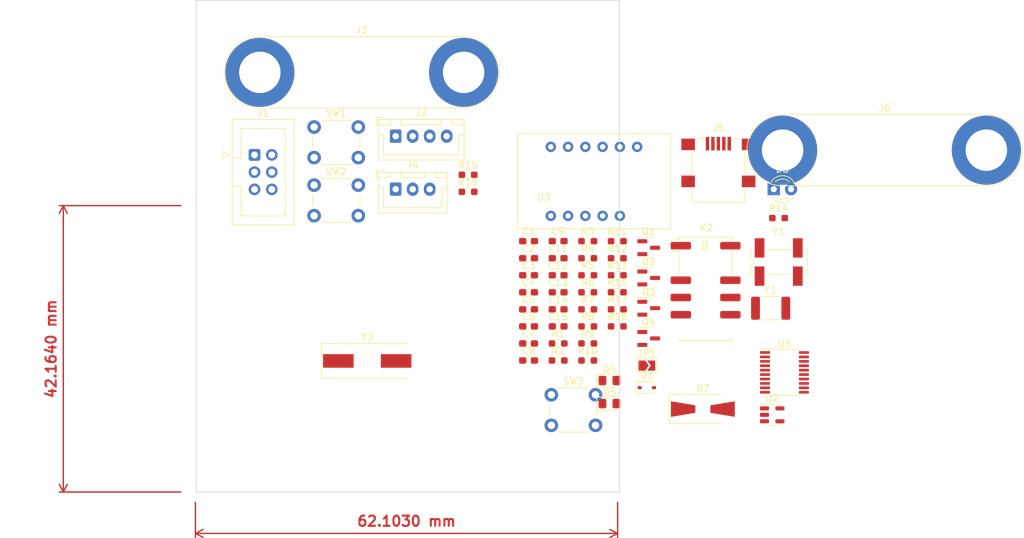
<source format=kicad_pcb>
(kicad_pcb (version 20221018) (generator pcbnew)
  (layers (0 "F.Cu" signal) (31 "B.Cu" signal) (34 "B.Paste" user) (35 "F.Paste" user) (36 "B.SilkS" user "B.Silkscreen") (37 "F.SilkS" user "F.Silkscreen") (38 "B.Mask" user) (39 "F.Mask" user) (44 "Edge.Cuts" user))
  (net 0 "")
  (net 1 "+3.3V")
  (net 2 "GND")
  (net 3 "NRST")
  (net 4 "PC14")
  (net 5 "VCC")
  (net 6 "OSCIN")
  (net 7 "OSCOUT")
  (net 8 "PC15")
  (net 9 "Opto")
  (net 10 "Net-(D3-A)")
  (net 11 "Net-(D4-A)")
  (net 12 "Net-(D5-K)")
  (net 13 "Net-(D5-A)")
  (net 14 "Net-(J5-VBUS)")
  (net 15 "DM")
  (net 16 "DP")
  (net 19 "NC")
  (net 24 "COM")
  (net 25 "Net-(Q1-B)")
  (net 26 "Net-(Q1-E)")
  (net 27 "1")
  (net 28 "Net-(Q2-B)")
  (net 29 "Net-(Q3-B)")
  (net 30 "Net-(Q3-E)")
  (net 31 "2")
  (net 32 "Net-(Q4-B)")
  (net 33 "Net-(Q4-E)")
  (net 34 "3")
  (net 35 "Net-(U2-EN)")
  (net 36 "RELAYPIN")
  (net 37 "BOOT1")
  (net 38 "Net-(J1-Pin_4)")
  (net 39 "Net-(J1-Pin_3)")
  (net 40 "BOOT0")
  (net 41 "PC13")
  (net 43 "A")
  (net 44 "B")
  (net 45 "C")
  (net 46 "D")
  (net 47 "E")
  (net 48 "F")
  (net 49 "G")
  (net 52 "SWDIO")
  (net 67 "SWDCLK")
  (net 68 "Temp")
  (net 69 "btn1")
  (net 70 "btn2")
  (net 71 "EN1")
  (net 72 "EN2")
  (net 73 "EN3")
  (footprint "Capacitor_SMD:C_0603_1608Metric_Pad1.08x0.95mm_HandSolder" (layer "F.Cu") (at 99.1665 71.18)
    (fp_text reference "C4" (at 0 -1.43) (layer "F.SilkS"))
    (fp_text value "10uF")
    (pad "1" smd roundrect (at -0.8625 0) (size 1.075 0.95) (layers "F.Cu" "F.Paste" "F.Mask") (net 1 "+3.3V"))
    (pad "2" smd roundrect (at 0.8625 0) (size 1.075 0.95) (layers "F.Cu" "F.Paste" "F.Mask") (net 2 "GND"))
  )
  (footprint "Resistor_SMD:R_0603_1608Metric_Pad0.98x0.95mm_HandSolder" (layer "F.Cu") (at 112.2165 63.65)
    (fp_text reference "R11" (at 0 -1.43) (layer "F.SilkS"))
    (fp_text value "1K")
    (pad "1" smd roundrect (at -0.9125 0) (size 0.975 0.95) (layers "F.Cu" "F.Paste" "F.Mask") (net 25 "Net-(Q1-B)"))
    (pad "2" smd roundrect (at 0.9125 0) (size 0.975 0.95) (layers "F.Cu" "F.Paste" "F.Mask") (net 71 "EN1"))
  )
  (footprint "Button_Switch_THT:SW_PUSH_6mm_H13mm" (layer "F.Cu") (at 67.6235 46.848)
    (fp_text reference "SW1" (at 3.25 -2) (layer "F.SilkS"))
    (fp_text value "SW_SPST")
    (pad "1" thru_hole circle (at 0 0 90) (size 2 2) (drill 1.1) (layers "*.Cu" "*.Mask") (net 5 "VCC"))
    (pad "1" thru_hole circle (at 6.5 0 90) (size 2 2) (drill 1.1) (layers "*.Cu" "*.Mask") (net 5 "VCC"))
    (pad "2" thru_hole circle (at 0 4.5 90) (size 2 2) (drill 1.1) (layers "*.Cu" "*.Mask") (net 69 "btn1"))
    (pad "2" thru_hole circle (at 6.5 4.5 90) (size 2 2) (drill 1.1) (layers "*.Cu" "*.Mask") (net 69 "btn1"))
  )
  (footprint "Capacitor_SMD:C_0603_1608Metric_Pad1.08x0.95mm_HandSolder" (layer "F.Cu") (at 103.5165 63.65)
    (fp_text reference "C9" (at 0 -1.43) (layer "F.SilkS"))
    (fp_text value "10uF")
    (pad "1" smd roundrect (at -0.8625 0) (size 1.075 0.95) (layers "F.Cu" "F.Paste" "F.Mask") (net 1 "+3.3V"))
    (pad "2" smd roundrect (at 0.8625 0) (size 1.075 0.95) (layers "F.Cu" "F.Paste" "F.Mask") (net 2 "GND"))
  )
  (footprint "Resistor_SMD:R_0603_1608Metric_Pad0.98x0.95mm_HandSolder" (layer "F.Cu") (at 135.9365 60.25)
    (fp_text reference "R14" (at 0 -1.43) (layer "F.SilkS"))
    (fp_text value "10K")
    (pad "1" smd roundrect (at -0.9125 0) (size 0.975 0.95) (layers "F.Cu" "F.Paste" "F.Mask") (net 16 "DP"))
    (pad "2" smd roundrect (at 0.9125 0) (size 0.975 0.95) (layers "F.Cu" "F.Paste" "F.Mask") (net 5 "VCC"))
  )
  (footprint "Jumper:SolderJumper-2_P1.3mm_Open_TrianglePad1.0x1.5mm" (layer "F.Cu") (at 116.5665 81.97)
    (fp_text reference "JP1" (at 0 -1.8) (layer "F.SilkS"))
    (fp_text value "SolderJumper_2_Open")
    (pad "1" smd custom (at -0.725 0) (size 0.3 0.3) (layers "F.Cu" "F.Mask") (net 9 "Opto") (options (clearance outline) (anchor rect)) (primitives (gr_poly (pts (xy 1 0) (xy 0.5 0.75) (xy -0.5 0.75) (xy -0.5 -0.75) (xy 0.5 -0.75)) (width 0) (fill yes))))
    (pad "2" smd custom (at 0.725 0) (size 0.3 0.3) (layers "F.Cu" "F.Mask") (net 12 "Net-(D5-K)") (options (clearance outline) (anchor rect)) (primitives (gr_poly (pts (xy 0.5 0.75) (xy -0.65 0.75) (xy -0.15 0) (xy -0.65 -0.75) (xy 0.5 -0.75)) (width 0) (fill yes))))
  )
  (footprint "Resistor_SMD:R_0603_1608Metric_Pad0.98x0.95mm_HandSolder" (layer "F.Cu") (at 107.8665 68.67)
    (fp_text reference "R5" (at 0 -1.43) (layer "F.SilkS"))
    (fp_text value "10K")
    (pad "1" smd roundrect (at -0.9125 0) (size 0.975 0.95) (layers "F.Cu" "F.Paste" "F.Mask") (net 5 "VCC"))
    (pad "2" smd roundrect (at 0.9125 0) (size 0.975 0.95) (layers "F.Cu" "F.Paste" "F.Mask") (net 13 "Net-(D5-A)"))
  )
  (footprint "Resistor_SMD:R_0603_1608Metric_Pad0.98x0.95mm_HandSolder" (layer "F.Cu") (at 107.8665 78.71)
    (fp_text reference "R9" (at 0 -1.43) (layer "F.SilkS"))
    (fp_text value "10K")
    (pad "1" smd roundrect (at -0.9125 0) (size 0.975 0.95) (layers "F.Cu" "F.Paste" "F.Mask") (net 5 "VCC"))
    (pad "2" smd roundrect (at 0.9125 0) (size 0.975 0.95) (layers "F.Cu" "F.Paste" "F.Mask") (net 10 "Net-(D3-A)"))
  )
  (footprint "Resistor_SMD:R_0603_1608Metric_Pad0.98x0.95mm_HandSolder" (layer "F.Cu") (at 103.5165 78.71)
    (fp_text reference "R1" (at 0 -1.43) (layer "F.SilkS"))
    (fp_text value "100K")
    (pad "1" smd roundrect (at -0.9125 0) (size 0.975 0.95) (layers "F.Cu" "F.Paste" "F.Mask") (net 5 "VCC"))
    (pad "2" smd roundrect (at 0.9125 0) (size 0.975 0.95) (layers "F.Cu" "F.Paste" "F.Mask") (net 35 "Net-(U2-EN)"))
  )
  (footprint "Capacitor_SMD:C_0603_1608Metric_Pad1.08x0.95mm_HandSolder" (layer "F.Cu") (at 99.1665 81.22)
    (fp_text reference "C8" (at 0 -1.43) (layer "F.SilkS"))
    (fp_text value "100nF")
    (pad "1" smd roundrect (at -0.8625 0) (size 1.075 0.95) (layers "F.Cu" "F.Paste" "F.Mask") (net 1 "+3.3V"))
    (pad "2" smd roundrect (at 0.8625 0) (size 1.075 0.95) (layers "F.Cu" "F.Paste" "F.Mask") (net 2 "GND"))
  )
  (footprint "Resistor_SMD:R_0603_1608Metric_Pad0.98x0.95mm_HandSolder" (layer "F.Cu") (at 107.8665 66.16)
    (fp_text reference "R4" (at 0 -1.43) (layer "F.SilkS"))
    (fp_text value "10K")
    (pad "1" smd roundrect (at -0.9125 0) (size 0.975 0.95) (layers "F.Cu" "F.Paste" "F.Mask") (net 3 "NRST"))
    (pad "2" smd roundrect (at 0.9125 0) (size 0.975 0.95) (layers "F.Cu" "F.Paste" "F.Mask") (net 5 "VCC"))
  )
  (footprint "Connector_IDC:IDC-Header_2x03_P2.54mm_Vertical" (layer "F.Cu") (at 58.8585 50.948)
    (fp_text reference "J1" (at 1.27 -6.1) (layer "F.SilkS"))
    (fp_text value "Conn_02x03_Odd_Even")
    (pad "1" thru_hole roundrect (at 0 0) (size 1.7 1.7) (drill 1) (layers "*.Cu" "*.Mask") (roundrect_rratio 0.147059) (net 5 "VCC"))
    (pad "2" thru_hole circle (at 2.54 0) (size 1.7 1.7) (drill 1) (layers "*.Cu" "*.Mask") (net 5 "VCC"))
    (pad "3" thru_hole circle (at 0 2.54) (size 1.7 1.7) (drill 1) (layers "*.Cu" "*.Mask") (net 39 "Net-(J1-Pin_3)"))
    (pad "4" thru_hole circle (at 2.54 2.54) (size 1.7 1.7) (drill 1) (layers "*.Cu" "*.Mask") (net 38 "Net-(J1-Pin_4)"))
    (pad "5" thru_hole circle (at 0 5.08) (size 1.7 1.7) (drill 1) (layers "*.Cu" "*.Mask") (net 2 "GND"))
    (pad "6" thru_hole circle (at 2.54 5.08) (size 1.7 1.7) (drill 1) (layers "*.Cu" "*.Mask") (net 2 "GND"))
  )
  (footprint "Package_TO_SOT_SMD:SOT-23-5" (layer "F.Cu") (at 135.0065 89.22)
    (fp_text reference "U2" (at 0 -2.4) (layer "F.SilkS"))
    (fp_text value "AP2112K-3.3")
    (pad "1" smd roundrect (at -1.1375 -0.95) (size 1.325 0.6) (layers "F.Cu" "F.Paste" "F.Mask") (net 5 "VCC"))
    (pad "2" smd roundrect (at -1.1375 0) (size 1.325 0.6) (layers "F.Cu" "F.Paste" "F.Mask") (net 2 "GND"))
    (pad "3" smd roundrect (at -1.1375 0.95) (size 1.325 0.6) (layers "F.Cu" "F.Paste" "F.Mask") (net 35 "Net-(U2-EN)"))
    (pad "4" smd roundrect (at 1.1375 0.95) (size 1.325 0.6) (layers "F.Cu" "F.Paste" "F.Mask"))
    (pad "5" smd roundrect (at 1.1375 -0.95) (size 1.325 0.6) (layers "F.Cu" "F.Paste" "F.Mask") (net 1 "+3.3V"))
  )
  (footprint "Resistor_SMD:R_0603_1608Metric_Pad0.98x0.95mm_HandSolder" (layer "F.Cu") (at 107.8665 73.69)
    (fp_text reference "R7" (at 0 -1.43) (layer "F.SilkS"))
    (fp_text value "10K")
    (pad "1" smd roundrect (at -0.9125 0) (size 0.975 0.95) (layers "F.Cu" "F.Paste" "F.Mask") (net 37 "BOOT1"))
    (pad "2" smd roundrect (at 0.9125 0) (size 0.975 0.95) (layers "F.Cu" "F.Paste" "F.Mask") (net 38 "Net-(J1-Pin_4)"))
  )
  (footprint "Button_Switch_THT:SW_PUSH_6mm_H5mm" (layer "F.Cu") (at 102.5165 86.265)
    (fp_text reference "SW3" (at 3.25 -2) (layer "F.SilkS"))
    (fp_text value "SW_SPST")
    (pad "1" thru_hole circle (at 0 0 90) (size 2 2) (drill 1.1) (layers "*.Cu" "*.Mask") (net 2 "GND"))
    (pad "1" thru_hole circle (at 6.5 0 90) (size 2 2) (drill 1.1) (layers "*.Cu" "*.Mask") (net 2 "GND"))
    (pad "2" thru_hole circle (at 0 4.5 90) (size 2 2) (drill 1.1) (layers "*.Cu" "*.Mask") (net 3 "NRST"))
    (pad "2" thru_hole circle (at 6.5 4.5 90) (size 2 2) (drill 1.1) (layers "*.Cu" "*.Mask") (net 3 "NRST"))
  )
  (footprint "Capacitor_SMD:C_0603_1608Metric_Pad1.08x0.95mm_HandSolder" (layer "F.Cu") (at 103.5165 76.2)
    (fp_text reference "C15" (at 0 -1.43) (layer "F.SilkS"))
    (fp_text value "100nF")
    (pad "1" smd roundrect (at -0.8625 0) (size 1.075 0.95) (layers "F.Cu" "F.Paste" "F.Mask") (net 5 "VCC"))
    (pad "2" smd roundrect (at 0.8625 0) (size 1.075 0.95) (layers "F.Cu" "F.Paste" "F.Mask") (net 2 "GND"))
  )
  (footprint "Button_Switch_THT:SW_PUSH_6mm_H13mm" (layer "F.Cu") (at 67.6235 55.398)
    (fp_text reference "SW2" (at 3.25 -2) (layer "F.SilkS"))
    (fp_text value "SW_SPST")
    (pad "1" thru_hole circle (at 0 0 90) (size 2 2) (drill 1.1) (layers "*.Cu" "*.Mask") (net 5 "VCC"))
    (pad "1" thru_hole circle (at 6.5 0 90) (size 2 2) (drill 1.1) (layers "*.Cu" "*.Mask") (net 5 "VCC"))
    (pad "2" thru_hole circle (at 0 4.5 90) (size 2 2) (drill 1.1) (layers "*.Cu" "*.Mask") (net 70 "btn2"))
    (pad "2" thru_hole circle (at 6.5 4.5 90) (size 2 2) (drill 1.1) (layers "*.Cu" "*.Mask") (net 70 "btn2"))
  )
  (footprint "Capacitor_SMD:C_0603_1608Metric_Pad1.08x0.95mm_HandSolder" (layer "F.Cu") (at 99.1665 63.65)
    (fp_text reference "C1" (at 0 -1.43) (layer "F.SilkS"))
    (fp_text value "1uF")
    (pad "1" smd roundrect (at -0.8625 0) (size 1.075 0.95) (layers "F.Cu" "F.Paste" "F.Mask") (net 1 "+3.3V"))
    (pad "2" smd roundrect (at 0.8625 0) (size 1.075 0.95) (layers "F.Cu" "F.Paste" "F.Mask") (net 2 "GND"))
  )
  (footprint "Package_TO_SOT_SMD:SOT-23" (layer "F.Cu") (at 116.8365 64.62)
    (fp_text reference "Q1" (at 0 -2.4) (layer "F.SilkS"))
    (fp_text value "S9013")
    (pad "1" smd roundrect (at -0.9375 -0.95) (size 1.475 0.6) (layers "F.Cu" "F.Paste" "F.Mask") (net 25 "Net-(Q1-B)"))
    (pad "2" smd roundrect (at -0.9375 0.95) (size 1.475 0.6) (layers "F.Cu" "F.Paste" "F.Mask") (net 26 "Net-(Q1-E)"))
    (pad "3" smd roundrect (at 0.9375 0) (size 1.475 0.6) (layers "F.Cu" "F.Paste" "F.Mask") (net 27 "1"))
  )
  (footprint "Capacitor_SMD:C_0603_1608Metric_Pad1.08x0.95mm_HandSolder" (layer "F.Cu") (at 103.5165 73.69)
    (fp_text reference "C14" (at 0 -1.43) (layer "F.SilkS"))
    (fp_text value "100pF")
    (pad "1" smd roundrect (at -0.8625 0) (size 1.075 0.95) (layers "F.Cu" "F.Paste" "F.Mask") (net 8 "PC15"))
    (pad "2" smd roundrect (at 0.8625 0) (size 1.075 0.95) (layers "F.Cu" "F.Paste" "F.Mask") (net 2 "GND"))
  )
  (footprint "Package_TO_SOT_SMD:SOT-23" (layer "F.Cu") (at 116.8365 77.97)
    (fp_text reference "Q4" (at 0 -2.4) (layer "F.SilkS"))
    (fp_text value "S9013")
    (pad "1" smd roundrect (at -0.9375 -0.95) (size 1.475 0.6) (layers "F.Cu" "F.Paste" "F.Mask") (net 32 "Net-(Q4-B)"))
    (pad "2" smd roundrect (at -0.9375 0.95) (size 1.475 0.6) (layers "F.Cu" "F.Paste" "F.Mask") (net 33 "Net-(Q4-E)"))
    (pad "3" smd roundrect (at 0.9375 0) (size 1.475 0.6) (layers "F.Cu" "F.Paste" "F.Mask") (net 34 "3"))
  )
  (footprint "LED_SMD:LED_0805_2012Metric_Pad1.15x1.40mm_HandSolder" (layer "F.Cu") (at 111.0615 84.17)
    (fp_text reference "D4" (at 0 -1.65) (layer "F.SilkS"))
    (fp_text value "LED")
    (pad "1" smd roundrect (at -1.025 0) (size 1.15 1.4) (layers "F.Cu" "F.Paste" "F.Mask") (roundrect_rratio 0.217391) (net 2 "GND"))
    (pad "2" smd roundrect (at 1.025 0) (size 1.15 1.4) (layers "F.Cu" "F.Paste" "F.Mask") (roundrect_rratio 0.217391) (net 11 "Net-(D4-A)"))
  )
  (footprint "Connector:Banana_Jack_2Pin" (layer "F.Cu") (at 59.6435 38.798)
    (fp_text reference "J3" (at 14.985 -6.24) (layer "F.SilkS"))
    (fp_text value "VIN")
    (pad "1" thru_hole circle (at 0 0) (size 10.16 10.16) (drill 6.1) (layers "*.Cu" "*.Mask") (net 5 "VCC"))
    (pad "2" thru_hole circle (at 29.97 0) (size 10.16 10.16) (drill 6.1) (layers "*.Cu" "*.Mask") (net 2 "GND"))
  )
  (footprint "3631BS:3631BS 7Segment 3Digit" (layer "F.Cu") (at 102.4415 59.925)
    (fp_text reference "U3" (at -1.05 -2.73 unlocked) (layer "F.SilkS"))
    (fp_text value "~")
    (pad "1" thru_hole circle (at 0 -10.16) (size 1.524 1.524) (drill 0.8) (layers "*.Cu" "*.Mask") (net 27 "1"))
    (pad "2" thru_hole circle (at 7.62 -10.16) (size 1.524 1.524) (drill 0.8) (layers "*.Cu" "*.Mask") (net 31 "2"))
    (pad "3" thru_hole circle (at 10.16 -10.16) (size 1.524 1.524) (drill 0.8) (layers "*.Cu" "*.Mask") (net 34 "3"))
    (pad "A" thru_hole circle (at 2.54 -10.16) (size 1.524 1.524) (drill 0.8) (layers "*.Cu" "*.Mask") (net 43 "A"))
    (pad "B" thru_hole circle (at 12.7 -10.16) (size 1.524 1.524) (drill 0.8) (layers "*.Cu" "*.Mask") (net 44 "B"))
    (pad "C" thru_hole circle (at 7.62 0) (size 1.524 1.524) (drill 0.8) (layers "*.Cu" "*.Mask") (net 45 "C"))
    (pad "D" thru_hole circle (at 2.54 0) (size 1.524 1.524) (drill 0.8) (layers "*.Cu" "*.Mask") (net 46 "D"))
    (pad "E" thru_hole circle (at 0 0) (size 1.524 1.524) (drill 0.8) (layers "*.Cu" "*.Mask") (net 47 "E"))
    (pad "F" thru_hole circle (at 5.08 -10.16) (size 1.524 1.524) (drill 0.8) (layers "*.Cu" "*.Mask") (net 48 "F"))
    (pad "G" thru_hole circle (at 10.16 0) (size 1.524 1.524) (drill 0.8) (layers "*.Cu" "*.Mask") (net 49 "G"))
    (pad "dP" thru_hole circle (at 5.08 0) (size 1.524 1.524) (drill 0.8) (layers "*.Cu" "*.Mask"))
  )
  (footprint "Resistor_SMD:R_0603_1608Metric_Pad0.98x0.95mm_HandSolder" (layer "F.Cu") (at 107.8665 81.22)
    (fp_text reference "R10" (at 0 -1.43) (layer "F.SilkS"))
    (fp_text value "10K")
    (pad "1" smd roundrect (at -0.9125 0) (size 0.975 0.95) (layers "F.Cu" "F.Paste" "F.Mask") (net 41 "PC13"))
    (pad "2" smd roundrect (at 0.9125 0) (size 0.975 0.95) (layers "F.Cu" "F.Paste" "F.Mask") (net 11 "Net-(D4-A)"))
  )
  (footprint "Resistor_SMD:R_0603_1608Metric_Pad0.98x0.95mm_HandSolder" (layer "F.Cu") (at 112.2165 73.69)
    (fp_text reference "R17" (at 0 -1.43) (layer "F.SilkS"))
    (fp_text value "1K")
    (pad "1" smd roundrect (at -0.9125 0) (size 0.975 0.95) (layers "F.Cu" "F.Paste" "F.Mask") (net 32 "Net-(Q4-B)"))
    (pad "2" smd roundrect (at 0.9125 0) (size 0.975 0.95) (layers "F.Cu" "F.Paste" "F.Mask") (net 73 "EN3"))
  )
  (footprint "Connector_USB:USB_Mini-B_Lumberg_2486_01_Horizontal" (layer "F.Cu") (at 127.0865 52)
    (fp_text reference "J5" (at 0 -5) (layer "F.SilkS"))
    (fp_text value "USB_B_Micro")
    (pad "" np_thru_hole circle (at -2.2 0) (size 1 1) (drill 1) (layers "*.Cu" "*.Mask"))
    (pad "" np_thru_hole circle (at 2.2 0) (size 1 1) (drill 1) (layers "*.Cu" "*.Mask"))
    (pad "1" smd rect (at -1.6 -2.7) (size 0.5 2) (layers "F.Cu" "F.Paste" "F.Mask") (net 14 "Net-(J5-VBUS)"))
    (pad "2" smd rect (at -0.8 -2.7) (size 0.5 2) (layers "F.Cu" "F.Paste" "F.Mask") (net 15 "DM"))
    (pad "3" smd rect (at 0 -2.7) (size 0.5 2) (layers "F.Cu" "F.Paste" "F.Mask") (net 16 "DP"))
    (pad "4" smd rect (at 0.8 -2.7) (size 0.5 2) (layers "F.Cu" "F.Paste" "F.Mask"))
    (pad "5" smd rect (at 1.6 -2.7) (size 0.5 2) (layers "F.Cu" "F.Paste" "F.Mask") (net 2 "GND"))
    (pad "6" smd rect (at -4.45 -2.6) (size 2 1.7) (layers "F.Cu" "F.Paste" "F.Mask"))
    (pad "6" smd rect (at -4.45 2.85) (size 2 1.7) (layers "F.Cu" "F.Paste" "F.Mask"))
    (pad "6" smd rect (at 4.45 -2.6) (size 2 1.7) (layers "F.Cu" "F.Paste" "F.Mask"))
    (pad "6" smd rect (at 4.45 2.85) (size 2 1.7) (layers "F.Cu" "F.Paste" "F.Mask"))
  )
  (footprint "Capacitor_SMD:C_0603_1608Metric_Pad1.08x0.95mm_HandSolder" (layer "F.Cu") (at 103.5165 66.16)
    (fp_text reference "C11" (at 0 -1.43) (layer "F.SilkS"))
    (fp_text value "10uF")
    (pad "1" smd roundrect (at -0.8625 0) (size 1.075 0.95) (layers "F.Cu" "F.Paste" "F.Mask") (net 5 "VCC"))
    (pad "2" smd roundrect (at 0.8625 0) (size 1.075 0.95) (layers "F.Cu" "F.Paste" "F.Mask") (net 2 "GND"))
  )
  (footprint "Capacitor_SMD:C_0603_1608Metric_Pad1.08x0.95mm_HandSolder" (layer "F.Cu") (at 99.1665 66.16)
    (fp_text reference "C2" (at 0 -1.43) (layer "F.SilkS"))
    (fp_text value "1uF")
    (pad "1" smd roundrect (at -0.8625 0) (size 1.075 0.95) (layers "F.Cu" "F.Paste" "F.Mask") (net 3 "NRST"))
    (pad "2" smd roundrect (at 0.8625 0) (size 1.075 0.95) (layers "F.Cu" "F.Paste" "F.Mask") (net 2 "GND"))
  )
  (footprint "Diode_SMD:D_SMA-SMB_Universal_Handsoldering" (layer "F.Cu") (at 124.8015 88.37)
    (fp_text reference "D7" (at 0 -3) (layer "F.SilkS"))
    (fp_text value "D_Small")
    (pad "1" smd trapezoid (at -2.9 0) (size 3.6 1.7) (rect_delta 0.6 0) (layers "F.Cu" "F.Paste" "F.Mask") (net 5 "VCC"))
    (pad "2" smd trapezoid (at 2.9 0 180) (size 3.6 1.7) (rect_delta 0.6 0) (layers "F.Cu" "F.Paste" "F.Mask") (net 2 "GND"))
  )
  (footprint "Fuse:Fuse_1812_4532Metric_Pad1.30x3.40mm_HandSolder" (layer "F.Cu") (at 134.7765 73.52)
    (fp_text reference "F1" (at 0 -2.65) (layer "F.SilkS"))
    (fp_text value "6V 500mA")
    (pad "1" smd roundrect (at -2.225 0) (size 1.3 3.4) (layers "F.Cu" "F.Paste" "F.Mask") (roundrect_rratio 0.192308) (net 14 "Net-(J5-VBUS)"))
    (pad "2" smd roundrect (at 2.225 0) (size 1.3 3.4) (layers "F.Cu" "F.Paste" "F.Mask") (roundrect_rratio 0.192308) (net 5 "VCC"))
  )
  (footprint "Resistor_SMD:R_0603_1608Metric_Pad0.98x0.95mm_HandSolder" (layer "F.Cu") (at 107.8665 76.2)
    (fp_text reference "R8" (at 0 -1.43) (layer "F.SilkS"))
    (fp_text value "10K")
    (pad "1" smd roundrect (at -0.9125 0) (size 0.975 0.95) (layers "F.Cu" "F.Paste" "F.Mask") (net 39 "Net-(J1-Pin_3)"))
    (pad "2" smd roundrect (at 0.9125 0) (size 0.975 0.95) (layers "F.Cu" "F.Paste" "F.Mask") (net 40 "BOOT0"))
  )
  (footprint "Capacitor_SMD:C_0603_1608Metric_Pad1.08x0.95mm_HandSolder" (layer "F.Cu") (at 103.5165 71.18)
    (fp_text reference "C13" (at 0 -1.43) (layer "F.SilkS"))
    (fp_text value "20pF")
    (pad "1" smd roundrect (at -0.8625 0) (size 1.075 0.95) (layers "F.Cu" "F.Paste" "F.Mask") (net 7 "OSCOUT"))
    (pad "2" smd roundrect (at 0.8625 0) (size 1.075 0.95) (layers "F.Cu" "F.Paste" "F.Mask") (net 2 "GND"))
  )
  (footprint "Resistor_SMD:R_0603_1608Metric_Pad0.98x0.95mm_HandSolder" (layer "F.Cu") (at 90.2735 56.388)
    (fp_text reference "R19" (at 0 -1.43) (layer "F.SilkS"))
    (fp_text value "10K")
    (pad "1" smd roundrect (at -0.9125 0) (size 0.975 0.95) (layers "F.Cu" "F.Paste" "F.Mask") (net 2 "GND"))
    (pad "2" smd roundrect (at 0.9125 0) (size 0.975 0.95) (layers "F.Cu" "F.Paste" "F.Mask") (net 70 "btn2"))
  )
  (footprint "Relay_SMD:Relay_DPDT_Kemet_EE2_NU" (layer "F.Cu") (at 125.2065 70.67)
    (fp_text reference "K2" (at 0.11 -9 180) (layer "F.SilkS"))
    (fp_text value "EE2-4.5NU")
    (pad "1" smd roundrect (at -3.645 -6.35 270) (size 1.11 3) (layers "F.Cu" "F.Paste" "F.Mask") (roundrect_rratio 0.225) (net 5 "VCC"))
    (pad "3" smd roundrect (at -3.645 -1.27 270) (size 1.11 3) (layers "F.Cu" "F.Paste" "F.Mask") (roundrect_rratio 0.225))
    (pad "4" smd roundrect (at -3.645 1.27 270) (size 1.11 3) (layers "F.Cu" "F.Paste" "F.Mask") (roundrect_rratio 0.225))
    (pad "5" smd roundrect (at -3.645 3.81 270) (size 1.11 3) (layers "F.Cu" "F.Paste" "F.Mask") (roundrect_rratio 0.225))
    (pad "8" smd roundrect (at 3.645 3.81 270) (size 1.11 3) (layers "F.Cu" "F.Paste" "F.Mask") (roundrect_rratio 0.225))
    (pad "9" smd roundrect (at 3.645 1.27 270) (size 1.11 3) (layers "F.Cu" "F.Paste" "F.Mask") (roundrect_rratio 0.225) (net 24 "COM"))
    (pad "10" smd roundrect (at 3.645 -1.27 270) (size 1.11 3) (layers "F.Cu" "F.Paste" "F.Mask") (roundrect_rratio 0.225) (net 19 "NC"))
    (pad "12" smd roundrect (at 3.645 -6.35 270) (size 1.11 3) (layers "F.Cu" "F.Paste" "F.Mask") (roundrect_rratio 0.225) (net 9 "Opto"))
  )
  (footprint "Diode_SMD:D_SOD-323" (layer "F.Cu") (at 116.5615 85.22)
    (fp_text reference "D1" (at 0 -1.85) (layer "F.SilkS"))
    (fp_text value "1N4148WS")
    (pad "1" smd roundrect (at -1.05 0) (size 0.6 0.45) (layers "F.Cu" "F.Paste" "F.Mask") (net 5 "VCC"))
    (pad "2" smd roundrect (at 1.05 0) (size 0.6 0.45) (layers "F.Cu" "F.Paste" "F.Mask") (net 9 "Opto"))
  )
  (footprint "Crystal:Crystal_SMD_SeikoEpson_MC306-4Pin_8.0x3.2mm_HandSoldering" (layer "F.Cu") (at 135.9565 66.72)
    (fp_text reference "Y1" (at 0 -4.5) (layer "F.SilkS"))
    (fp_text value "32.768KHz")
    (pad "1" smd rect (at -2.815 2.075) (size 1.43 2.85) (layers "F.Cu" "F.Paste" "F.Mask") (net 8 "PC15"))
    (pad "2" smd rect (at 2.815 2.075) (size 1.43 2.85) (layers "F.Cu" "F.Paste" "F.Mask") (net 4 "PC14"))
    (pad "3" smd rect (at 2.815 -2.075) (size 1.43 2.85) (layers "F.Cu" "F.Paste" "F.Mask"))
    (pad "4" smd rect (at -2.815 -2.075) (size 1.43 2.85) (layers "F.Cu" "F.Paste" "F.Mask"))
  )
  (footprint "Resistor_SMD:R_0603_1608Metric_Pad0.98x0.95mm_HandSolder" (layer "F.Cu") (at 112.2165 76.2)
    (fp_text reference "R18" (at 0 -1.43) (layer "F.SilkS"))
    (fp_text value "100")
    (pad "1" smd roundrect (at -0.9125 0) (size 0.975 0.95) (layers "F.Cu" "F.Paste" "F.Mask") (net 33 "Net-(Q4-E)"))
    (pad "2" smd roundrect (at 0.9125 0) (size 0.975 0.95) (layers "F.Cu" "F.Paste" "F.Mask") (net 2 "GND"))
  )
  (footprint "Package_SO:TSSOP-20_4.4x6.5mm_P0.65mm" (layer "F.Cu") (at 136.8065 82.97)
    (fp_text reference "U5" (at 0 -4.2) (layer "F.SilkS"))
    (fp_text value "STM32G030F6Px")
    (pad "1" smd roundrect (at -2.8625 -2.925) (size 1.475 0.4) (layers "F.Cu" "F.Paste" "F.Mask"))
    (pad "2" smd roundrect (at -2.8625 -2.275) (size 1.475 0.4) (layers "F.Cu" "F.Paste" "F.Mask") (net 6 "OSCIN"))
    (pad "3" smd roundrect (at -2.8625 -1.625) (size 1.475 0.4) (layers "F.Cu" "F.Paste" "F.Mask") (net 7 "OSCOUT"))
    (pad "4" smd roundrect (at -2.8625 -0.975) (size 1.475 0.4) (layers "F.Cu" "F.Paste" "F.Mask") (net 1 "+3.3V"))
    (pad "5" smd roundrect (at -2.8625 -0.325) (size 1.475 0.4) (layers "F.Cu" "F.Paste" "F.Mask") (net 2 "GND"))
    (pad "6" smd roundrect (at -2.8625 0.325) (size 1.475 0.4) (layers "F.Cu" "F.Paste" "F.Mask") (net 3 "NRST"))
    (pad "7" smd roundrect (at -2.8625 0.975) (size 1.475 0.4) (layers "F.Cu" "F.Paste" "F.Mask"))
    (pad "8" smd roundrect (at -2.8625 1.625) (size 1.475 0.4) (layers "F.Cu" "F.Paste" "F.Mask"))
    (pad "9" smd roundrect (at -2.8625 2.275) (size 1.475 0.4) (layers "F.Cu" "F.Paste" "F.Mask"))
    (pad "10" smd roundrect (at -2.8625 2.925) (size 1.475 0.4) (layers "F.Cu" "F.Paste" "F.Mask"))
    (pad "11" smd roundrect (at 2.8625 2.925) (size 1.475 0.4) (layers "F.Cu" "F.Paste" "F.Mask"))
    (pad "12" smd roundrect (at 2.8625 2.275) (size 1.475 0.4) (layers "F.Cu" "F.Paste" "F.Mask"))
    (pad "13" smd roundrect (at 2.8625 1.625) (size 1.475 0.4) (layers "F.Cu" "F.Paste" "F.Mask"))
    (pad "14" smd roundrect (at 2.8625 0.975) (size 1.475 0.4) (layers "F.Cu" "F.Paste" "F.Mask"))
    (pad "15" smd roundrect (at 2.8625 0.325) (size 1.475 0.4) (layers "F.Cu" "F.Paste" "F.Mask"))
    (pad "16" smd roundrect (at 2.8625 -0.325) (size 1.475 0.4) (layers "F.Cu" "F.Paste" "F.Mask"))
    (pad "17" smd roundrect (at 2.8625 -0.975) (size 1.475 0.4) (layers "F.Cu" "F.Paste" "F.Mask"))
    (pad "18" smd roundrect (at 2.8625 -1.625) (size 1.475 0.4) (layers "F.Cu" "F.Paste" "F.Mask"))
    (pad "19" smd roundrect (at 2.8625 -2.275) (size 1.475 0.4) (layers "F.Cu" "F.Paste" "F.Mask"))
    (pad "20" smd roundrect (at 2.8625 -2.925) (size 1.475 0.4) (layers "F.Cu" "F.Paste" "F.Mask"))
  )
  (footprint "Capacitor_SMD:C_0603_1608Metric_Pad1.08x0.95mm_HandSolder" (layer "F.Cu") (at 103.5165 68.67)
    (fp_text reference "C12" (at 0 -1.43) (layer "F.SilkS"))
    (fp_text value "20pF")
    (pad "1" smd roundrect (at -0.8625 0) (size 1.075 0.95) (layers "F.Cu" "F.Paste" "F.Mask") (net 6 "OSCIN"))
    (pad "2" smd roundrect (at 0.8625 0) (size 1.075 0.95) (layers "F.Cu" "F.Paste" "F.Mask") (net 2 "GND"))
  )
  (footprint "Crystal:Crystal_SMD_HC49-SD" (layer "F.Cu") (at 75.438 81.28)
    (fp_text reference "Y3" (at 0 -3.55) (layer "F.SilkS"))
    (fp_text value "8MHz")
    (pad "1" smd rect (at -4.25 0) (size 4.5 2) (layers "F.Cu" "F.Paste" "F.Mask") (net 7 "OSCOUT"))
    (pad "2" smd rect (at 4.25 0) (size 4.5 2) (layers "F.Cu" "F.Paste" "F.Mask") (net 6 "OSCIN"))
  )
  (footprint "Resistor_SMD:R_0603_1608Metric_Pad0.98x0.95mm_HandSolder" (layer "F.Cu") (at 112.2165 71.18)
    (fp_text reference "R16" (at 0 -1.43) (layer "F.SilkS"))
    (fp_text value "100")
    (pad "1" smd roundrect (at -0.9125 0) (size 0.975 0.95) (layers "F.Cu" "F.Paste" "F.Mask") (net 26 "Net-(Q1-E)"))
    (pad "2" smd roundrect (at 0.9125 0) (size 0.975 0.95) (layers "F.Cu" "F.Paste" "F.Mask") (net 2 "GND"))
  )
  (footprint "Capacitor_SMD:C_0603_1608Metric_Pad1.08x0.95mm_HandSolder" (layer "F.Cu") (at 99.1665 73.69)
    (fp_text reference "C5" (at 0 -1.43) (layer "F.SilkS"))
    (fp_text value "1uF")
    (pad "1" smd roundrect (at -0.8625 0) (size 1.075 0.95) (layers "F.Cu" "F.Paste" "F.Mask") (net 5 "VCC"))
    (pad "2" smd roundrect (at 0.8625 0) (size 1.075 0.95) (layers "F.Cu" "F.Paste" "F.Mask") (net 2 "GND"))
  )
  (footprint "LED_THT:LED_D3.0mm" (layer "F.Cu") (at 135.2365 56)
    (fp_text reference "D3" (at 1.27 -2.96) (layer "F.SilkS"))
    (fp_text value "LED")
    (pad "1" thru_hole rect (at 0 0) (size 1.8 1.8) (drill 0.9) (layers "*.Cu" "*.Mask") (net 2 "GND"))
    (pad "2" thru_hole circle (at 2.54 0) (size 1.8 1.8) (drill 0.9) (layers "*.Cu" "*.Mask") (net 10 "Net-(D3-A)"))
  )
  (footprint "Package_TO_SOT_SMD:SOT-23" (layer "F.Cu") (at 116.8365 69.07)
    (fp_text reference "Q2" (at 0 -2.4) (layer "F.SilkS"))
    (fp_text value "MMBT2222")
    (pad "1" smd roundrect (at -0.9375 -0.95) (size 1.475 0.6) (layers "F.Cu" "F.Paste" "F.Mask") (net 28 "Net-(Q2-B)"))
    (pad "2" smd roundrect (at -0.9375 0.95) (size 1.475 0.6) (layers "F.Cu" "F.Paste" "F.Mask") (net 2 "GND"))
    (pad "3" smd roundrect (at 0.9375 0) (size 1.475 0.6) (layers "F.Cu" "F.Paste" "F.Mask") (net 9 "Opto"))
  )
  (footprint "Resistor_SMD:R_0603_1608Metric_Pad0.98x0.95mm_HandSolder" (layer "F.Cu") (at 107.8665 71.18)
    (fp_text reference "R6" (at 0 -1.43) (layer "F.SilkS"))
    (fp_text value "10K")
    (pad "1" smd roundrect (at -0.9125 0) (size 0.975 0.95) (layers "F.Cu" "F.Paste" "F.Mask") (net 7 "OSCOUT"))
    (pad "2" smd roundrect (at 0.9125 0) (size 0.975 0.95) (layers "F.Cu" "F.Paste" "F.Mask") (net 6 "OSCIN"))
  )
  (footprint "Capacitor_SMD:C_0603_1608Metric_Pad1.08x0.95mm_HandSolder" (layer "F.Cu") (at 99.1665 68.67)
    (fp_text reference "C3" (at 0 -1.43) (layer "F.SilkS"))
    (fp_text value "100pF")
    (pad "1" smd roundrect (at -0.8625 0) (size 1.075 0.95) (layers "F.Cu" "F.Paste" "F.Mask") (net 4 "PC14"))
    (pad "2" smd roundrect (at 0.8625 0) (size 1.075 0.95) (layers "F.Cu" "F.Paste" "F.Mask") (net 2 "GND"))
  )
  (footprint "Resistor_SMD:R_0603_1608Metric_Pad0.98x0.95mm_HandSolder" (layer "F.Cu") (at 103.5165 81.22)
    (fp_text reference "R2" (at 0 -1.43) (layer "F.SilkS"))
    (fp_text value "10K")
    (pad "1" smd roundrect (at -0.9125 0) (size 0.975 0.95) (layers "F.Cu" "F.Paste" "F.Mask") (net 28 "Net-(Q2-B)"))
    (pad "2" smd roundrect (at 0.9125 0) (size 0.975 0.95) (layers "F.Cu" "F.Paste" "F.Mask") (net 2 "GND"))
  )
  (footprint "Connector_JST:JST_XH_B4B-XH-A_1x04_P2.50mm_Vertical" (layer "F.Cu") (at 79.6235 48.198)
    (fp_text reference "J2" (at 3.75 -3.55) (layer "F.SilkS"))
    (fp_text value "Conn_01x04")
    (pad "1" thru_hole roundrect (at 0 0) (size 1.7 1.95) (drill 0.95) (layers "*.Cu" "*.Mask") (roundrect_rratio 0.147059) (net 5 "VCC"))
    (pad "2" thru_hole oval (at 2.5 0) (size 1.7 1.95) (drill 0.95) (layers "*.Cu" "*.Mask") (net 52 "SWDIO"))
    (pad "3" thru_hole oval (at 5 0) (size 1.7 1.95) (drill 0.95) (layers "*.Cu" "*.Mask") (net 67 "SWDCLK"))
    (pad "4" thru_hole oval (at 7.5 0) (size 1.7 1.95) (drill 0.95) (layers "*.Cu" "*.Mask") (net 2 "GND"))
  )
  (footprint "Capacitor_SMD:C_0603_1608Metric_Pad1.08x0.95mm_HandSolder" (layer "F.Cu") (at 99.1665 76.2)
    (fp_text reference "C6" (at 0 -1.43) (layer "F.SilkS"))
    (fp_text value "100nF")
    (pad "1" smd roundrect (at -0.8625 0) (size 1.075 0.95) (layers "F.Cu" "F.Paste" "F.Mask") (net 5 "VCC"))
    (pad "2" smd roundrect (at 0.8625 0) (size 1.075 0.95) (layers "F.Cu" "F.Paste" "F.Mask") (net 2 "GND"))
  )
  (footprint "Connector_JST:JST_XH_B3B-XH-A_1x03_P2.50mm_Vertical" (layer "F.Cu") (at 79.6235 55.998)
    (fp_text reference "J4" (at 2.5 -3.55) (layer "F.SilkS"))
    (fp_text value "Sensors")
    (pad "1" thru_hole roundrect (at 0 0) (size 1.7 1.95) (drill 0.95) (layers "*.Cu" "*.Mask") (roundrect_rratio 0.147059) (net 5 "VCC"))
    (pad "2" thru_hole oval (at 2.5 0) (size 1.7 1.95) (drill 0.95) (layers "*.Cu" "*.Mask") (net 68 "Temp"))
    (pad "3" thru_hole oval (at 5 0) (size 1.7 1.95) (drill 0.95) (layers "*.Cu" "*.Mask") (net 2 "GND"))
  )
  (footprint "Connector:Banana_Jack_2Pin" (layer "F.Cu") (at 136.5365 50.25)
    (fp_text reference "J6" (at 14.985 -6.24) (layer "F.SilkS"))
    (fp_text value "VIN")
    (pad "1" thru_hole circle (at 0 0) (size 10.16 10.16) (drill 6.1) (layers "*.Cu" "*.Mask") (net 19 "NC"))
    (pad "2" thru_hole circle (at 29.97 0) (size 10.16 10.16) (drill 6.1) (layers "*.Cu" "*.Mask") (net 24 "COM"))
  )
  (footprint "Package_TO_SOT_SMD:SOT-23" (layer "F.Cu") (at 116.8365 73.52)
    (fp_text reference "Q3" (at 0 -2.4) (layer "F.SilkS"))
    (fp_text value "S9013")
    (pad "1" smd roundrect (at -0.9375 -0.95) (size 1.475 0.6) (layers "F.Cu" "F.Paste" "F.Mask") (net 29 "Net-(Q3-B)"))
    (pad "2" smd roundrect (at -0.9375 0.95) (size 1.475 0.6) (layers "F.Cu" "F.Paste" "F.Mask") (net 30 "Net-(Q3-E)"))
    (pad "3" smd roundrect (at 0.9375 0) (size 1.475 0.6) (layers "F.Cu" "F.Paste" "F.Mask") (net 31 "2"))
  )
  (footprint "Resistor_SMD:R_0603_1608Metric_Pad0.98x0.95mm_HandSolder" (layer "F.Cu") (at 112.2165 66.16)
    (fp_text reference "R12" (at 0 -1.43) (layer "F.SilkS"))
    (fp_text value "1K")
    (pad "1" smd roundrect (at -0.9125 0) (size 0.975 0.95) (layers "F.Cu" "F.Paste" "F.Mask") (net 29 "Net-(Q3-B)"))
    (pad "2" smd roundrect (at 0.9125 0) (size 0.975 0.95) (layers "F.Cu" "F.Paste" "F.Mask") (net 72 "EN2"))
  )
  (footprint "Resistor_SMD:R_0603_1608Metric_Pad0.98x0.95mm_HandSolder" (layer "F.Cu") (at 112.2165 68.67)
    (fp_text reference "R13" (at 0 -1.43) (layer "F.SilkS"))
    (fp_text value "100")
    (pad "1" smd roundrect (at -0.9125 0) (size 0.975 0.95) (layers "F.Cu" "F.Paste" "F.Mask") (net 30 "Net-(Q3-E)"))
    (pad "2" smd roundrect (at 0.9125 0) (size 0.975 0.95) (layers "F.Cu" "F.Paste" "F.Mask") (net 2 "GND"))
  )
  (footprint "Resistor_SMD:R_0603_1608Metric_Pad0.98x0.95mm_HandSolder" (layer "F.Cu") (at 90.2735 53.878)
    (fp_text reference "R15" (at 0 -1.43) (layer "F.SilkS"))
    (fp_text value "10K")
    (pad "1" smd roundrect (at -0.9125 0) (size 0.975 0.95) (layers "F.Cu" "F.Paste" "F.Mask") (net 2 "GND"))
    (pad "2" smd roundrect (at 0.9125 0) (size 0.975 0.95) (layers "F.Cu" "F.Paste" "F.Mask") (net 69 "btn1"))
  )
  (footprint "Capacitor_SMD:C_0603_1608Metric_Pad1.08x0.95mm_HandSolder" (layer "F.Cu") (at 99.1665 78.71)
    (fp_text reference "C7" (at 0 -1.43) (layer "F.SilkS"))
    (fp_text value "100nF")
    (pad "1" smd roundrect (at -0.8625 0) (size 1.075 0.95) (layers "F.Cu" "F.Paste" "F.Mask") (net 5 "VCC"))
    (pad "2" smd roundrect (at 0.8625 0) (size 1.075 0.95) (layers "F.Cu" "F.Paste" "F.Mask") (net 2 "GND"))
  )
  (footprint "LED_SMD:LED_0805_2012Metric_Pad1.15x1.40mm_HandSolder" (layer "F.Cu") (at 111.0615 87.56)
    (fp_text reference "D5" (at 0 -1.65) (layer "F.SilkS"))
    (fp_text value "LED")
    (pad "1" smd roundrect (at -1.025 0) (size 1.15 1.4) (layers "F.Cu" "F.Paste" "F.Mask") (roundrect_rratio 0.217391) (net 12 "Net-(D5-K)"))
    (pad "2" smd roundrect (at 1.025 0) (size 1.15 1.4) (layers "F.Cu" "F.Paste" "F.Mask") (roundrect_rratio 0.217391) (net 13 "Net-(D5-A)"))
  )
  (footprint "Resistor_SMD:R_0603_1608Metric_Pad0.98x0.95mm_HandSolder" (layer "F.Cu") (at 107.8665 63.65)
    (fp_text reference "R3" (at 0 -1.43) (layer "F.SilkS"))
    (fp_text value "1K")
    (pad "1" smd roundrect (at -0.9125 0) (size 0.975 0.95) (layers "F.Cu" "F.Paste" "F.Mask") (net 28 "Net-(Q2-B)"))
    (pad "2" smd roundrect (at 0.9125 0) (size 0.975 0.95) (layers "F.Cu" "F.Paste" "F.Mask") (net 36 "RELAYPIN"))
  )
  (gr_rect (start 50.292 28.194) (end 112.522 100.584) (stroke (width 0.1)) (fill none) (layer "Edge.Cuts"))
  (dimension (type aligned) (layer "F.Cu") (pts (xy 50.165 101.6) (xy 112.268 101.6)) (height 5.08) (gr_text "62.1030 mm" (at 81.2165 104.88) (layer "F.Cu") (effects (font (size 1.5 1.5) (thickness 0.3)))) (format (prefix "") (suffix "") (units 3) (units_format 1) (precision 4)) (style (thickness 0.2) (arrow_length 1.27) (text_position_mode 0) (extension_height 0.58642) (extension_offset 0.5) keep_text_aligned))
  (dimension (type aligned) (layer "F.Cu") (pts (xy 48.514 100.584) (xy 48.514 58.42)) (height -17.78) (gr_text "42.1640 mm" (at 28.934 79.502 90) (layer "F.Cu") (effects (font (size 1.5 1.5) (thickness 0.3)))) (format (prefix "") (suffix "") (units 3) (units_format 1) (precision 4)) (style (thickness 0.2) (arrow_length 1.27) (text_position_mode 0) (extension_height 0.58642) (extension_offset 0.5) keep_text_aligned))
)
</source>
